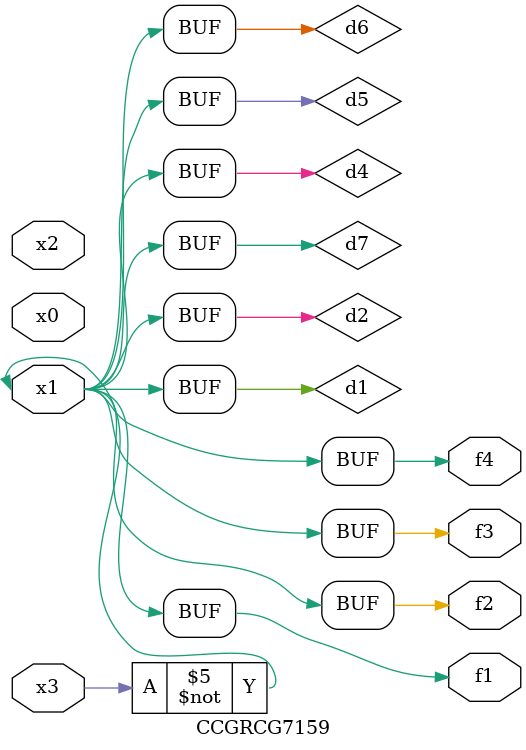
<source format=v>
module CCGRCG7159(
	input x0, x1, x2, x3,
	output f1, f2, f3, f4
);

	wire d1, d2, d3, d4, d5, d6, d7;

	not (d1, x3);
	buf (d2, x1);
	xnor (d3, d1, d2);
	nor (d4, d1);
	buf (d5, d1, d2);
	buf (d6, d4, d5);
	nand (d7, d4);
	assign f1 = d6;
	assign f2 = d7;
	assign f3 = d6;
	assign f4 = d6;
endmodule

</source>
